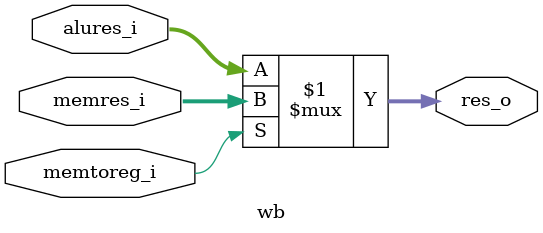
<source format=v>
`timescale 1ns / 1ps
module wb(
    input memtoreg_i,
    input [15:0] alures_i,
    input [15:0] memres_i,
    output [15:0] res_o
    );
	
	assign res_o = (memtoreg_i) ? (memres_i) : (alures_i);


endmodule

</source>
